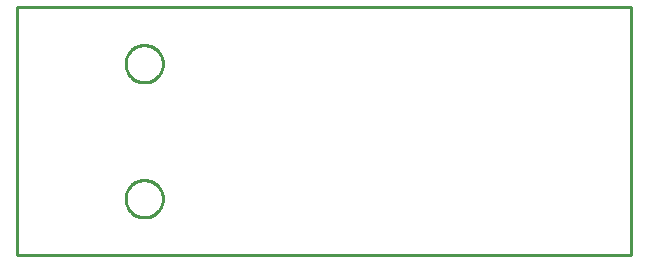
<source format=gbr>
G04 EAGLE Gerber X2 export*
G75*
%MOMM*%
%FSLAX34Y34*%
%LPD*%
%AMOC8*
5,1,8,0,0,1.08239X$1,22.5*%
G01*
%ADD10C,0.254000*%


D10*
X0Y0D02*
X520000Y0D01*
X520000Y210000D01*
X0Y210000D01*
X0Y0D01*
X107184Y146400D02*
X106155Y146467D01*
X105133Y146602D01*
X104122Y146803D01*
X103126Y147070D01*
X102149Y147402D01*
X101196Y147796D01*
X100272Y148252D01*
X99378Y148768D01*
X98521Y149341D01*
X97703Y149969D01*
X96928Y150648D01*
X96198Y151378D01*
X95519Y152153D01*
X94891Y152971D01*
X94318Y153828D01*
X93802Y154722D01*
X93346Y155646D01*
X92952Y156599D01*
X92620Y157576D01*
X92353Y158572D01*
X92152Y159583D01*
X92017Y160605D01*
X91950Y161634D01*
X91950Y162666D01*
X92017Y163695D01*
X92152Y164717D01*
X92353Y165728D01*
X92620Y166724D01*
X92952Y167701D01*
X93346Y168654D01*
X93802Y169578D01*
X94318Y170472D01*
X94891Y171329D01*
X95519Y172147D01*
X96198Y172922D01*
X96928Y173652D01*
X97703Y174331D01*
X98521Y174959D01*
X99378Y175532D01*
X100272Y176048D01*
X101196Y176504D01*
X102149Y176898D01*
X103126Y177230D01*
X104122Y177497D01*
X105133Y177698D01*
X106155Y177833D01*
X107184Y177900D01*
X108216Y177900D01*
X109245Y177833D01*
X110267Y177698D01*
X111278Y177497D01*
X112274Y177230D01*
X113251Y176898D01*
X114204Y176504D01*
X115128Y176048D01*
X116022Y175532D01*
X116879Y174959D01*
X117697Y174331D01*
X118472Y173652D01*
X119202Y172922D01*
X119881Y172147D01*
X120509Y171329D01*
X121082Y170472D01*
X121598Y169578D01*
X122054Y168654D01*
X122448Y167701D01*
X122780Y166724D01*
X123047Y165728D01*
X123248Y164717D01*
X123383Y163695D01*
X123450Y162666D01*
X123450Y161634D01*
X123383Y160605D01*
X123248Y159583D01*
X123047Y158572D01*
X122780Y157576D01*
X122448Y156599D01*
X122054Y155646D01*
X121598Y154722D01*
X121082Y153828D01*
X120509Y152971D01*
X119881Y152153D01*
X119202Y151378D01*
X118472Y150648D01*
X117697Y149969D01*
X116879Y149341D01*
X116022Y148768D01*
X115128Y148252D01*
X114204Y147796D01*
X113251Y147402D01*
X112274Y147070D01*
X111278Y146803D01*
X110267Y146602D01*
X109245Y146467D01*
X108216Y146400D01*
X107184Y146400D01*
X107184Y32100D02*
X106155Y32167D01*
X105133Y32302D01*
X104122Y32503D01*
X103126Y32770D01*
X102149Y33102D01*
X101196Y33496D01*
X100272Y33952D01*
X99378Y34468D01*
X98521Y35041D01*
X97703Y35669D01*
X96928Y36348D01*
X96198Y37078D01*
X95519Y37853D01*
X94891Y38671D01*
X94318Y39528D01*
X93802Y40422D01*
X93346Y41346D01*
X92952Y42299D01*
X92620Y43276D01*
X92353Y44272D01*
X92152Y45283D01*
X92017Y46305D01*
X91950Y47334D01*
X91950Y48366D01*
X92017Y49395D01*
X92152Y50417D01*
X92353Y51428D01*
X92620Y52424D01*
X92952Y53401D01*
X93346Y54354D01*
X93802Y55278D01*
X94318Y56172D01*
X94891Y57029D01*
X95519Y57847D01*
X96198Y58622D01*
X96928Y59352D01*
X97703Y60031D01*
X98521Y60659D01*
X99378Y61232D01*
X100272Y61748D01*
X101196Y62204D01*
X102149Y62598D01*
X103126Y62930D01*
X104122Y63197D01*
X105133Y63398D01*
X106155Y63533D01*
X107184Y63600D01*
X108216Y63600D01*
X109245Y63533D01*
X110267Y63398D01*
X111278Y63197D01*
X112274Y62930D01*
X113251Y62598D01*
X114204Y62204D01*
X115128Y61748D01*
X116022Y61232D01*
X116879Y60659D01*
X117697Y60031D01*
X118472Y59352D01*
X119202Y58622D01*
X119881Y57847D01*
X120509Y57029D01*
X121082Y56172D01*
X121598Y55278D01*
X122054Y54354D01*
X122448Y53401D01*
X122780Y52424D01*
X123047Y51428D01*
X123248Y50417D01*
X123383Y49395D01*
X123450Y48366D01*
X123450Y47334D01*
X123383Y46305D01*
X123248Y45283D01*
X123047Y44272D01*
X122780Y43276D01*
X122448Y42299D01*
X122054Y41346D01*
X121598Y40422D01*
X121082Y39528D01*
X120509Y38671D01*
X119881Y37853D01*
X119202Y37078D01*
X118472Y36348D01*
X117697Y35669D01*
X116879Y35041D01*
X116022Y34468D01*
X115128Y33952D01*
X114204Y33496D01*
X113251Y33102D01*
X112274Y32770D01*
X111278Y32503D01*
X110267Y32302D01*
X109245Y32167D01*
X108216Y32100D01*
X107184Y32100D01*
M02*

</source>
